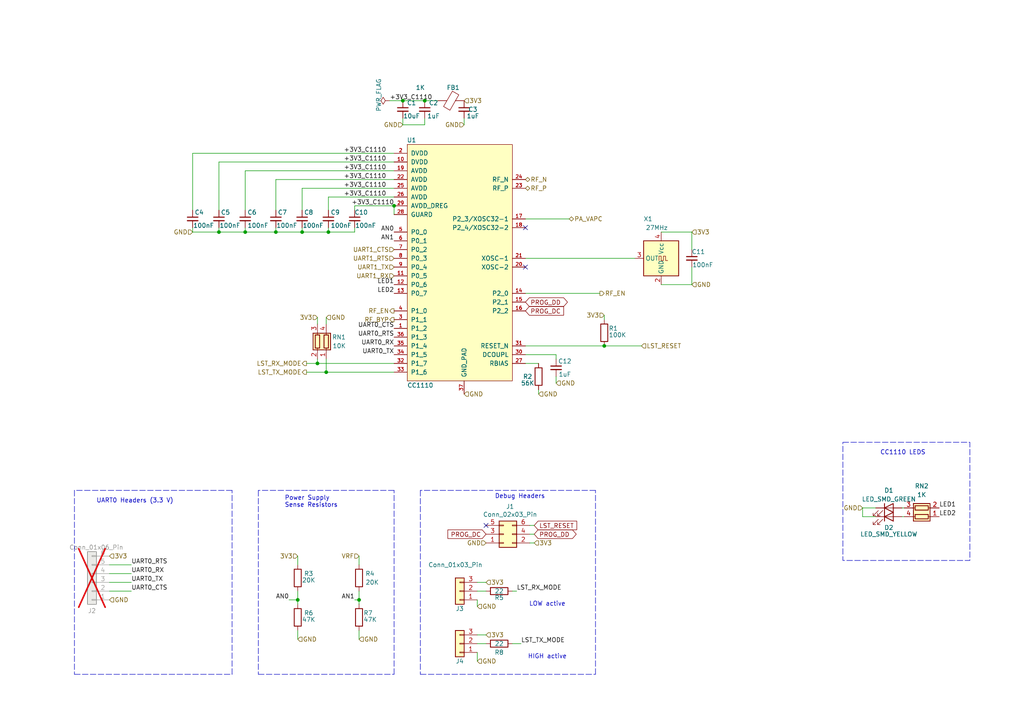
<source format=kicad_sch>
(kicad_sch (version 20250114) (generator "eeschema") (generator_version "9.0")
  (paper "A4")
  (lib_symbols
    (symbol "Connector_Generic:Conn_01x03" (pin_names (offset 1.016) (hide yes))
      (property "Reference" "J" (at 0 5.08 0))
      (property "Value" "Conn_01x03" (at 0 -5.08 0))
      (symbol "Conn_01x03_1_1"
        (rectangle (start -1.27 3.81) (end 1.27 -3.81) (stroke (width 0.254)) (fill (type background)))
        (rectangle (start -1.27 2.667) (end 0 2.413) (stroke (width 0.1524)))
        (rectangle (start -1.27 0.127) (end 0 -0.127) (stroke (width 0.1524)))
        (rectangle (start -1.27 -2.413) (end 0 -2.667) (stroke (width 0.1524)))
        (pin passive line (at -5.08 2.54 0) (length 3.81) (name "Pin_1") (number "1"))
        (pin passive line (at -5.08 0 0) (length 3.81) (name "Pin_2") (number "2"))
        (pin passive line (at -5.08 -2.54 0) (length 3.81) (name "Pin_3") (number "3"))
      )
    )
    (symbol "Connector_Generic:Conn_01x06" (pin_names (offset 1.016) (hide yes))
      (property "Reference" "J" (at 0 7.62 0))
      (property "Value" "Conn_01x06" (at 0 -10.16 0))
      (symbol "Conn_01x06_1_1"
        (rectangle (start -1.27 6.35) (end 1.27 -8.89) (stroke (width 0.254)) (fill (type background)))
        (rectangle (start -1.27 5.207) (end 0 4.953) (stroke (width 0.1524)))
        (rectangle (start -1.27 2.667) (end 0 2.413) (stroke (width 0.1524)))
        (rectangle (start -1.27 0.127) (end 0 -0.127) (stroke (width 0.1524)))
        (rectangle (start -1.27 -2.413) (end 0 -2.667) (stroke (width 0.1524)))
        (rectangle (start -1.27 -4.953) (end 0 -5.207) (stroke (width 0.1524)))
        (rectangle (start -1.27 -7.493) (end 0 -7.747) (stroke (width 0.1524)))
        (pin passive line (at -5.08 5.08 0) (length 3.81) (name "Pin_1") (number "1"))
        (pin passive line (at -5.08 2.54 0) (length 3.81) (name "Pin_2") (number "2"))
        (pin passive line (at -5.08 0 0) (length 3.81) (name "Pin_3") (number "3"))
        (pin passive line (at -5.08 -2.54 0) (length 3.81) (name "Pin_4") (number "4"))
        (pin passive line (at -5.08 -5.08 0) (length 3.81) (name "Pin_5") (number "5"))
        (pin passive line (at -5.08 -7.62 0) (length 3.81) (name "Pin_6") (number "6"))
      )
    )
    (symbol "Connector_Generic:Conn_02x03_Odd_Even" (pin_names (offset 1.016) (hide yes))
      (property "Reference" "J" (at 1.27 5.08 0))
      (property "Value" "Conn_02x03_Odd_Even" (at 1.27 -5.08 0))
      (symbol "Conn_02x03_Odd_Even_1_1"
        (rectangle (start -1.27 3.81) (end 3.81 -3.81) (stroke (width 0.254)) (fill (type background)))
        (rectangle (start -1.27 2.667) (end 0 2.413) (stroke (width 0.1524)))
        (rectangle (start -1.27 0.127) (end 0 -0.127) (stroke (width 0.1524)))
        (rectangle (start -1.27 -2.413) (end 0 -2.667) (stroke (width 0.1524)))
        (rectangle (start 3.81 2.667) (end 2.54 2.413) (stroke (width 0.1524)))
        (rectangle (start 3.81 0.127) (end 2.54 -0.127) (stroke (width 0.1524)))
        (rectangle (start 3.81 -2.413) (end 2.54 -2.667) (stroke (width 0.1524)))
        (pin passive line (at -5.08 2.54 0) (length 3.81) (name "Pin_1") (number "1"))
        (pin passive line (at -5.08 0 0) (length 3.81) (name "Pin_3") (number "3"))
        (pin passive line (at -5.08 -2.54 0) (length 3.81) (name "Pin_5") (number "5"))
        (pin passive line (at 7.62 2.54 180) (length 3.81) (name "Pin_2") (number "2"))
        (pin passive line (at 7.62 0 180) (length 3.81) (name "Pin_4") (number "4"))
        (pin passive line (at 7.62 -2.54 180) (length 3.81) (name "Pin_6") (number "6"))
      )
    )
    (symbol "Device:C_Small" (pin_numbers (hide yes)) (pin_names (offset 0.254) (hide yes))
      (property "Reference" "C" (at 0.254 1.778 0))
      (property "Value" "C_Small" (at 0.254 -2.032 0))
      (symbol "C_Small_0_1"
        (polyline (pts (xy -1.524 0.508) (xy 1.524 0.508)) (stroke (width 0.3048)))
        (polyline (pts (xy -1.524 -0.508) (xy 1.524 -0.508)) (stroke (width 0.3302)))
      )
      (symbol "C_Small_1_1"
        (pin passive line (at 0 2.54 270) (length 2.032) (name "~") (number "1"))
        (pin passive line (at 0 -2.54 90) (length 2.032) (name "~") (number "2"))
      )
    )
    (symbol "Device:FerriteBead" (pin_numbers (hide yes)) (pin_names (offset 0))
      (property "Reference" "FB" (at -3.81 0.635 90))
      (property "Value" "FerriteBead" (at 3.81 0 90))
      (symbol "FerriteBead_0_1"
        (polyline (pts (xy -2.7686 0.4064) (xy -1.7018 2.2606) (xy 2.7686 -0.3048) (xy 1.6764 -2.159) (xy -2.7686 0.4064)))
        (polyline (pts (xy 0 1.27) (xy 0 1.2954)))
        (polyline (pts (xy 0 -1.27) (xy 0 -1.2192)))
      )
      (symbol "FerriteBead_1_1"
        (pin passive line (at 0 3.81 270) (length 2.54) (name "~") (number "1"))
        (pin passive line (at 0 -3.81 90) (length 2.54) (name "~") (number "2"))
      )
    )
    (symbol "Device:LED" (pin_numbers (hide yes)) (pin_names (offset 1.016) (hide yes))
      (property "Reference" "D" (at 0 2.54 0))
      (property "Value" "LED" (at 0 -2.54 0))
      (symbol "LED_0_1"
        (polyline (pts (xy -3.048 -0.762) (xy -4.572 -2.286) (xy -3.81 -2.286) (xy -4.572 -2.286) (xy -4.572 -1.524)))
        (polyline (pts (xy -1.778 -0.762) (xy -3.302 -2.286) (xy -2.54 -2.286) (xy -3.302 -2.286) (xy -3.302 -1.524)))
        (polyline (pts (xy -1.27 0) (xy 1.27 0)))
        (polyline (pts (xy -1.27 -1.27) (xy -1.27 1.27)) (stroke (width 0.254)))
        (polyline (pts (xy 1.27 -1.27) (xy 1.27 1.27) (xy -1.27 0) (xy 1.27 -1.27)) (stroke (width 0.254)))
      )
      (symbol "LED_1_1"
        (pin passive line (at -3.81 0 0) (length 2.54) (name "K") (number "1"))
        (pin passive line (at 3.81 0 180) (length 2.54) (name "A") (number "2"))
      )
    )
    (symbol "Device:R" (pin_numbers (hide yes)) (pin_names (offset 0))
      (property "Reference" "R" (at 2.032 0 90))
      (property "Value" "R" (at 0 0 90))
      (symbol "R_0_1"
        (rectangle (start -1.016 -2.54) (end 1.016 2.54) (stroke (width 0.254)))
      )
      (symbol "R_1_1"
        (pin passive line (at 0 3.81 270) (length 1.27) (name "~") (number "1"))
        (pin passive line (at 0 -3.81 90) (length 1.27) (name "~") (number "2"))
      )
    )
    (symbol "Device:R_Pack02" (pin_names (offset 0) (hide yes))
      (property "Reference" "RN" (at -5.08 0 90))
      (property "Value" "R_Pack02" (at 2.54 0 90))
      (symbol "R_Pack02_0_1"
        (rectangle (start -3.81 -2.413) (end 1.27 2.413) (stroke (width 0.254)) (fill (type background)))
        (rectangle (start -3.175 1.905) (end -1.905 -1.905) (stroke (width 0.254)))
        (polyline (pts (xy -2.54 1.905) (xy -2.54 2.54)))
        (polyline (pts (xy -2.54 -2.54) (xy -2.54 -1.905)))
        (rectangle (start -0.635 1.905) (end 0.635 -1.905) (stroke (width 0.254)))
        (polyline (pts (xy 0 1.905) (xy 0 2.54)))
        (polyline (pts (xy 0 -2.54) (xy 0 -1.905)))
      )
      (symbol "R_Pack02_1_1"
        (pin passive line (at -2.54 5.08 270) (length 2.54) (name "R1.2") (number "4"))
        (pin passive line (at -2.54 -5.08 90) (length 2.54) (name "R1.1") (number "1"))
        (pin passive line (at 0 5.08 270) (length 2.54) (name "R2.2") (number "3"))
        (pin passive line (at 0 -5.08 90) (length 2.54) (name "R2.1") (number "2"))
      )
    )
    (symbol "Oscillator:TG2520SMN-xx.xxxxxxMhz-xxxxNM"
      (property "Reference" "Y" (at -5.08 6.35 0))
      (property "Value" "TG2520SMN-xx.xxxxxxMhz-xxxxNM" (at 1.27 -6.35 0))
      (symbol "TG2520SMN-xx.xxxxxxMhz-xxxxNM_0_1"
        (rectangle (start -5.08 5.08) (end 5.08 -5.08) (stroke (width 0.254)) (fill (type background)))
        (polyline (pts (xy -1.905 -0.635) (xy -1.27 -0.635) (xy -1.27 0.635) (xy -0.635 0.635) (xy -0.635 -0.635) (xy 0 -0.635) (xy 0 0.635) (xy 0.635 0.635) (xy 0.635 -0.635)))
      )
      (symbol "TG2520SMN-xx.xxxxxxMhz-xxxxNM_1_1"
        (pin no_connect line (at -5.08 0 0) (length 2.54) (hide yes) (name "NC") (number "1"))
        (pin power_in line (at 0 7.62 270) (length 2.54) (name "Vcc") (number "4"))
        (pin power_in line (at 0 -7.62 90) (length 2.54) (name "GND") (number "2"))
        (pin output line (at 7.62 0 180) (length 2.54) (name "OUT") (number "3"))
      )
    )
    (symbol "Project:CC1110" (pin_names (offset 1.016))
      (property "Reference" "U2" (at -15.24 36.83 0))
      (property "Value" "CC1110" (at -12.7 -34.29 0))
      (symbol "CC1110_0_1"
        (rectangle (start -16.51 35.56) (end 13.97 -33.02) (fill (type background)))
      )
      (symbol "CC1110_1_1"
        (pin power_in line (at -20.32 33.02 0) (length 3.81) (name "DVDD") (number "2"))
        (pin power_in line (at -20.32 30.48 0) (length 3.81) (name "DVDD") (number "10"))
        (pin power_in line (at -20.32 27.94 0) (length 3.81) (name "AVDD") (number "19"))
        (pin power_in line (at -20.32 25.4 0) (length 3.81) (name "AVDD") (number "22"))
        (pin power_in line (at -20.32 22.86 0) (length 3.81) (name "AVDD") (number "25"))
        (pin power_in line (at -20.32 20.32 0) (length 3.81) (name "AVDD") (number "26"))
        (pin power_in line (at -20.32 17.78 0) (length 3.81) (name "AVDD_DREG") (number "29"))
        (pin power_in line (at -20.32 15.24 0) (length 3.81) (name "GUARD") (number "28"))
        (pin bidirectional line (at -20.32 10.16 0) (length 3.81) (name "P0_0") (number "5"))
        (pin bidirectional line (at -20.32 7.62 0) (length 3.81) (name "P0_1") (number "6"))
        (pin bidirectional line (at -20.32 5.08 0) (length 3.81) (name "P0_2") (number "7"))
        (pin bidirectional line (at -20.32 2.54 0) (length 3.81) (name "P0_3") (number "8"))
        (pin bidirectional line (at -20.32 0 0) (length 3.81) (name "P0_4") (number "9"))
        (pin bidirectional line (at -20.32 -2.54 0) (length 3.81) (name "P0_5") (number "11"))
        (pin bidirectional line (at -20.32 -5.08 0) (length 3.81) (name "P0_6") (number "12"))
        (pin bidirectional line (at -20.32 -7.62 0) (length 3.81) (name "P0_7") (number "13"))
        (pin bidirectional line (at -20.32 -12.7 0) (length 3.81) (name "P1_0") (number "4"))
        (pin bidirectional line (at -20.32 -15.24 0) (length 3.81) (name "P1_1") (number "3"))
        (pin bidirectional line (at -20.32 -17.78 0) (length 3.81) (name "P1_2") (number "1"))
        (pin bidirectional line (at -20.32 -20.32 0) (length 3.81) (name "P1_3") (number "36"))
        (pin bidirectional line (at -20.32 -22.86 0) (length 3.81) (name "P1_4") (number "35"))
        (pin bidirectional line (at -20.32 -25.4 0) (length 3.81) (name "P1_5") (number "34"))
        (pin bidirectional line (at -20.32 -27.94 0) (length 3.81) (name "P1_7") (number "32"))
        (pin bidirectional line (at -20.32 -30.48 0) (length 3.81) (name "P1_6") (number "33"))
        (pin passive line (at 0 -36.83 90) (length 3.81) (name "GND_PAD") (number "37"))
        (pin bidirectional line (at 17.78 25.4 180) (length 3.81) (name "RF_N") (number "24"))
        (pin bidirectional line (at 17.78 22.86 180) (length 3.81) (name "RF_P") (number "23"))
        (pin bidirectional line (at 17.78 13.97 180) (length 3.81) (name "P2_3/XOSC32-1") (number "17"))
        (pin bidirectional line (at 17.78 11.43 180) (length 3.81) (name "P2_4/XOSC32-2") (number "18"))
        (pin bidirectional line (at 17.78 2.54 180) (length 3.81) (name "XOSC-1") (number "21"))
        (pin bidirectional line (at 17.78 0 180) (length 3.81) (name "XOSC-2") (number "20"))
        (pin bidirectional line (at 17.78 -7.62 180) (length 3.81) (name "P2_0") (number "14"))
        (pin bidirectional line (at 17.78 -10.16 180) (length 3.81) (name "P2_1") (number "15"))
        (pin bidirectional line (at 17.78 -12.7 180) (length 3.81) (name "P2_2") (number "16"))
        (pin bidirectional line (at 17.78 -22.86 180) (length 3.81) (name "RESET_N") (number "31"))
        (pin passive line (at 17.78 -25.4 180) (length 3.81) (name "DCOUPL") (number "30"))
        (pin bidirectional line (at 17.78 -27.94 180) (length 3.81) (name "RBIAS") (number "27"))
      )
    )
    (symbol "power:PWR_FLAG" (power) (pin_numbers (hide yes)) (pin_names (offset 0) (hide yes))
      (property "Value" "PWR_FLAG" (at 0 3.81 0))
      (symbol "PWR_FLAG_0_0"
        (pin power_out line (at 0 0 90) (length 0) (name "~") (number "1"))
      )
      (symbol "PWR_FLAG_0_1"
        (polyline (pts (xy 0 0) (xy 0 1.27) (xy -1.016 1.905) (xy 0 2.54) (xy 1.016 1.905) (xy 0 1.27)))
      )
    )
  )
  (rectangle (start 244.475 128.27) (end 281.305 162.56) (stroke (width 0) (type dash)))
  (text "UART0 Headers (3.3 V)" (at 27.94 146.05 0) (effects (font (size 1.27 1.27) (thickness 0.1588)) (justify left bottom)))
  (text "HIGH active" (at 158.75 190.5 0) (effects (font (size 1.27 1.27))))
  (text "Debug Headers" (at 143.51 144.78 0) (effects (font (size 1.27 1.27) (thickness 0.1588)) (justify left bottom)))
  (text "CC1110 LEDS" (at 255.27 132.08 0) (effects (font (size 1.27 1.27) (thickness 0.1588)) (justify left bottom)))
  (text "LOW active" (at 158.75 175.26 0) (effects (font (size 1.27 1.27))))
  (text "Power Supply\nSense Resistors" (at 82.55 147.32 0) (effects (font (size 1.27 1.27) (thickness 0.1588)) (justify left bottom)))
  (junction (at 175.26 100.33))
  (junction (at 87.63 67.31))
  (junction (at 116.84 29.21))
  (junction (at 86.36 173.99))
  (junction (at 71.12 67.31))
  (junction (at 63.5 67.31))
  (junction (at 80.01 67.31))
  (junction (at 104.14 173.99))
  (junction (at 123.19 29.21))
  (junction (at 114.3 59.69))
  (junction (at 92.075 105.41))
  (junction (at 94.615 107.95))
  (junction (at 95.25 67.31))
  (no_connect (at 140.97 152.4))
  (no_connect (at 152.4 66.04))
  (no_connect (at 152.4 77.47))
  (wire (pts (xy 161.29 102.87) (xy 161.29 104.14)))
  (wire (pts (xy 87.63 60.96) (xy 87.63 54.61)))
  (wire (pts (xy 116.84 36.195) (xy 116.84 34.29)))
  (wire (pts (xy 148.59 186.69) (xy 151.13 186.69)))
  (polyline (pts (xy 74.93 195.58) (xy 114.3 195.58)) (stroke (width 0) (type dash)))
  (wire (pts (xy 138.43 191.77) (xy 138.43 189.23)))
  (wire (pts (xy 250.19 147.32) (xy 250.19 149.86)))
  (wire (pts (xy 138.43 175.895) (xy 138.43 173.99)))
  (wire (pts (xy 94.615 92.075) (xy 94.615 93.98)))
  (wire (pts (xy 95.25 60.96) (xy 95.25 57.15)))
  (wire (pts (xy 156.21 114.3) (xy 156.21 113.03)))
  (wire (pts (xy 200.66 67.31) (xy 200.66 72.39)))
  (polyline (pts (xy 21.59 142.24) (xy 21.59 195.58)) (stroke (width 0) (type dash)))
  (polyline (pts (xy 21.59 195.58) (xy 67.31 195.58)) (stroke (width 0) (type dash)))
  (wire (pts (xy 92.075 92.075) (xy 92.075 93.98)))
  (polyline (pts (xy 121.92 195.58) (xy 172.72 195.58)) (stroke (width 0) (type dash)))
  (wire (pts (xy 55.88 44.45) (xy 114.3 44.45)))
  (wire (pts (xy 55.88 44.45) (xy 55.88 60.96)))
  (wire (pts (xy 31.75 166.37) (xy 38.1 166.37)))
  (wire (pts (xy 138.43 186.69) (xy 140.97 186.69)))
  (wire (pts (xy 138.43 184.15) (xy 140.97 184.15)))
  (polyline (pts (xy 172.72 195.58) (xy 172.72 142.24)) (stroke (width 0) (type dash)))
  (wire (pts (xy 31.75 168.91) (xy 38.1 168.91)))
  (wire (pts (xy 148.59 171.45) (xy 149.86 171.45)))
  (wire (pts (xy 87.63 67.31) (xy 95.25 67.31)))
  (wire (pts (xy 86.36 173.99) (xy 83.82 173.99)))
  (wire (pts (xy 261.62 147.32) (xy 262.255 147.32)))
  (wire (pts (xy 63.5 67.31) (xy 71.12 67.31)))
  (wire (pts (xy 153.67 152.4) (xy 154.94 152.4)))
  (wire (pts (xy 63.5 46.99) (xy 114.3 46.99)))
  (wire (pts (xy 250.19 147.32) (xy 254 147.32)))
  (wire (pts (xy 80.01 67.31) (xy 80.01 66.04)))
  (wire (pts (xy 55.88 66.04) (xy 55.88 67.31)))
  (wire (pts (xy 31.75 171.45) (xy 38.1 171.45)))
  (wire (pts (xy 71.12 49.53) (xy 114.3 49.53)))
  (polyline (pts (xy 74.93 142.24) (xy 74.93 195.58)) (stroke (width 0) (type dash)))
  (wire (pts (xy 80.01 52.07) (xy 114.3 52.07)))
  (wire (pts (xy 104.14 171.45) (xy 104.14 173.99)))
  (wire (pts (xy 123.19 29.21) (xy 127 29.21)))
  (wire (pts (xy 104.14 173.99) (xy 104.14 175.26)))
  (wire (pts (xy 63.5 66.04) (xy 63.5 67.31)))
  (wire (pts (xy 138.43 171.45) (xy 140.97 171.45)))
  (polyline (pts (xy 121.92 142.24) (xy 121.92 195.58)) (stroke (width 0) (type dash)))
  (wire (pts (xy 104.14 185.42) (xy 104.14 182.88)))
  (polyline (pts (xy 172.72 142.24) (xy 121.92 142.24)) (stroke (width 0) (type dash)))
  (wire (pts (xy 104.14 161.29) (xy 104.14 163.83)))
  (wire (pts (xy 88.9 107.95) (xy 94.615 107.95)))
  (wire (pts (xy 94.615 107.95) (xy 114.3 107.95)))
  (wire (pts (xy 152.4 85.09) (xy 173.99 85.09)))
  (wire (pts (xy 55.88 67.31) (xy 63.5 67.31)))
  (wire (pts (xy 152.4 63.5) (xy 165.1 63.5)))
  (wire (pts (xy 71.12 67.31) (xy 80.01 67.31)))
  (wire (pts (xy 80.01 60.96) (xy 80.01 52.07)))
  (wire (pts (xy 92.075 105.41) (xy 88.9 105.41)))
  (wire (pts (xy 95.25 57.15) (xy 114.3 57.15)))
  (wire (pts (xy 261.62 149.86) (xy 262.255 149.86)))
  (wire (pts (xy 104.14 173.99) (xy 102.87 173.99)))
  (wire (pts (xy 153.67 154.94) (xy 154.94 154.94)))
  (wire (pts (xy 87.63 66.04) (xy 87.63 67.31)))
  (wire (pts (xy 191.77 82.55) (xy 200.66 82.55)))
  (wire (pts (xy 191.77 67.31) (xy 200.66 67.31)))
  (wire (pts (xy 95.25 67.31) (xy 95.25 66.04)))
  (wire (pts (xy 102.87 66.04) (xy 102.87 67.31)))
  (wire (pts (xy 152.4 74.93) (xy 184.15 74.93)))
  (wire (pts (xy 71.12 67.31) (xy 71.12 66.04)))
  (wire (pts (xy 116.84 29.21) (xy 123.19 29.21)))
  (wire (pts (xy 156.21 105.41) (xy 152.4 105.41)))
  (wire (pts (xy 123.19 36.195) (xy 123.19 34.29)))
  (wire (pts (xy 80.01 67.31) (xy 87.63 67.31)))
  (wire (pts (xy 31.75 163.83) (xy 38.1 163.83)))
  (wire (pts (xy 92.075 105.41) (xy 114.3 105.41)))
  (polyline (pts (xy 114.3 142.24) (xy 74.93 142.24)) (stroke (width 0) (type dash)))
  (wire (pts (xy 71.12 60.96) (xy 71.12 49.53)))
  (wire (pts (xy 102.87 59.69) (xy 102.87 60.96)))
  (polyline (pts (xy 67.31 195.58) (xy 67.31 142.24)) (stroke (width 0) (type dash)))
  (wire (pts (xy 95.25 67.31) (xy 102.87 67.31)))
  (wire (pts (xy 250.19 149.86) (xy 254 149.86)))
  (wire (pts (xy 86.36 171.45) (xy 86.36 173.99)))
  (wire (pts (xy 94.615 104.14) (xy 94.615 107.95)))
  (wire (pts (xy 175.26 91.44) (xy 175.26 92.71)))
  (wire (pts (xy 161.29 111.125) (xy 161.29 109.22)))
  (polyline (pts (xy 67.31 142.24) (xy 21.59 142.24)) (stroke (width 0) (type dash)))
  (wire (pts (xy 86.36 173.99) (xy 86.36 175.26)))
  (wire (pts (xy 134.62 36.195) (xy 134.62 34.29)))
  (wire (pts (xy 200.66 77.47) (xy 200.66 82.55)))
  (wire (pts (xy 113.03 29.21) (xy 116.84 29.21)))
  (wire (pts (xy 175.26 100.33) (xy 186.055 100.33)))
  (wire (pts (xy 92.075 104.14) (xy 92.075 105.41)))
  (wire (pts (xy 87.63 54.61) (xy 114.3 54.61)))
  (wire (pts (xy 86.36 161.29) (xy 86.36 163.83)))
  (wire (pts (xy 152.4 100.33) (xy 175.26 100.33)))
  (wire (pts (xy 114.3 59.69) (xy 102.87 59.69)))
  (wire (pts (xy 152.4 102.87) (xy 161.29 102.87)))
  (polyline (pts (xy 114.3 195.58) (xy 114.3 142.24)) (stroke (width 0) (type dash)))
  (wire (pts (xy 154.94 157.48) (xy 153.67 157.48)))
  (wire (pts (xy 63.5 60.96) (xy 63.5 46.99)))
  (wire (pts (xy 116.84 36.195) (xy 123.19 36.195)))
  (wire (pts (xy 86.36 185.42) (xy 86.36 182.88)))
  (wire (pts (xy 114.3 59.69) (xy 114.3 62.23)))
  (wire (pts (xy 138.43 168.91) (xy 140.97 168.91)))
  (label "+3V3_C1110" (at 99.695 54.61 0))
  (label "AN0" (at 83.82 173.99 180))
  (label "+3V3_C1110" (at 99.695 44.45 0))
  (label "AN1" (at 102.87 173.99 180))
  (label "LED2" (at 272.415 149.86 0))
  (label "LED1" (at 272.415 147.32 0))
  (label "+3V3_C1110" (at 114.3 59.69 180))
  (label "+3V3_C1110" (at 99.695 52.07 0))
  (label "UART0_CTS" (at 38.1 171.45 0))
  (label "AN1" (at 114.3 69.85 180))
  (label "LST_RX_MODE" (at 149.86 171.45 0))
  (label "+3V3_C1110" (at 99.695 57.15 0))
  (label "+3V3_C1110" (at 99.695 49.53 0))
  (label "UART0_RX" (at 38.1 166.37 0))
  (label "LED1" (at 114.3 82.55 180))
  (label "+3V3_C1110" (at 113.03 29.21 0))
  (label "UART0_RX" (at 114.3 100.33 180))
  (label "LST_TX_MODE" (at 151.13 186.69 0))
  (label "+3V3_C1110" (at 99.695 46.99 0))
  (label "UART0_CTS" (at 114.3 95.25 180))
  (label "UART0_TX" (at 38.1 168.91 0))
  (label "UART0_RTS" (at 38.1 163.83 0))
  (label "UART0_RTS" (at 114.3 97.79 180))
  (label "UART0_TX" (at 114.3 102.87 180))
  (label "AN0" (at 114.3 67.31 180))
  (label "LED2" (at 114.3 85.09 180))
  (global_label "LST_RESET" (shape input) (at 154.94 152.4 0) (property "Intersheetrefs" "${INTERSHEET_REFS}" (effects (hide yes))))
  (global_label "PROG_DD" (shape bidirectional) (at 154.94 154.94 0) (property "Intersheetrefs" "${INTERSHEET_REFS}" (effects (hide yes))))
  (global_label "PROG_DC" (shape input) (at 152.4 90.17 0) (property "Intersheetrefs" "${INTERSHEET_REFS}" (effects (hide yes))))
  (global_label "PROG_DC" (shape input) (at 140.97 154.94 180) (property "Intersheetrefs" "${INTERSHEET_REFS}" (effects (hide yes))))
  (global_label "PROG_DD" (shape bidirectional) (at 152.4 87.63 0) (property "Intersheetrefs" "${INTERSHEET_REFS}" (effects (hide yes))))
  (hierarchical_label "RF_BYP" (shape output) (at 114.3 92.71 180))
  (hierarchical_label "RF_P" (shape bidirectional) (at 152.4 54.61 0))
  (hierarchical_label "GND" (shape input) (at 116.84 36.195 180))
  (hierarchical_label "3V3" (shape input) (at 31.75 161.29 0))
  (hierarchical_label "GND" (shape input) (at 134.62 114.3 0))
  (hierarchical_label "GND" (shape input) (at 250.19 147.32 180))
  (hierarchical_label "LST_RX_MODE" (shape output) (at 88.9 105.41 180))
  (hierarchical_label "GND" (shape input) (at 161.29 111.125 0))
  (hierarchical_label "3V3" (shape input) (at 154.94 157.48 0))
  (hierarchical_label "3V3" (shape input) (at 86.36 161.29 180))
  (hierarchical_label "VRF" (shape input) (at 104.14 161.29 180))
  (hierarchical_label "UART1_TX" (shape input) (at 114.3 77.47 180))
  (hierarchical_label "RF_EN" (shape output) (at 173.99 85.09 0))
  (hierarchical_label "GND" (shape input) (at 31.75 173.99 0))
  (hierarchical_label "UART1_RTS" (shape input) (at 114.3 74.93 180))
  (hierarchical_label "3V3" (shape input) (at 92.075 92.075 180))
  (hierarchical_label "GND" (shape input) (at 138.43 191.77 0))
  (hierarchical_label "GND" (shape input) (at 134.62 36.195 180))
  (hierarchical_label "GND" (shape input) (at 86.36 185.42 0))
  (hierarchical_label "PA_VAPC" (shape bidirectional) (at 165.1 63.5 0))
  (hierarchical_label "UART1_RX" (shape input) (at 114.3 80.01 180))
  (hierarchical_label "3V3" (shape input) (at 140.97 184.15 0))
  (hierarchical_label "GND" (shape input) (at 200.66 82.55 0))
  (hierarchical_label "GND" (shape input) (at 94.615 92.075 0))
  (hierarchical_label "3V3" (shape input) (at 140.97 168.91 0))
  (hierarchical_label "GND" (shape input) (at 140.97 157.48 180))
  (hierarchical_label "RF_N" (shape bidirectional) (at 152.4 52.07 0))
  (hierarchical_label "GND" (shape input) (at 138.43 175.895 0))
  (hierarchical_label "GND" (shape input) (at 104.14 185.42 0))
  (hierarchical_label "GND" (shape input) (at 55.88 67.31 180))
  (hierarchical_label "3V3" (shape input) (at 134.62 29.21 0))
  (hierarchical_label "LST_RESET" (shape input) (at 186.055 100.33 0))
  (hierarchical_label "LST_TX_MODE" (shape output) (at 88.9 107.95 180))
  (hierarchical_label "3V3" (shape input) (at 175.26 91.44 180))
  (hierarchical_label "3V3" (shape input) (at 200.66 67.31 0))
  (hierarchical_label "UART1_CTS" (shape input) (at 114.3 72.39 180))
  (hierarchical_label "RF_EN" (shape output) (at 114.3 90.17 180))
  (hierarchical_label "GND" (shape input) (at 156.21 114.3 0))
  (symbol (lib_id "Device:C_Small") (at 63.5 63.5 0) (unit 1)
    (property "Reference" "C5" (at 65.405 61.595 0))
    (property "Value" "100nF" (at 66.675 65.405 0))
    (property "Footprint" "Capacitor_SMD:C_0402_1005Metric_Pad0.74x0.62mm_HandSolder" (effects (hide yes)))
    (property "Datasheet" "https://search.murata.co.jp/Ceramy/image/img/A01X/G101/ENG/GRM155R61E104KA87-01.pdf" (effects (hide yes)))
    (property "Voltage" "25" (effects (hide yes)))
    (property "Part Number" "GRM155R61E104KA87D" (effects (hide yes)))
    (property "Tolerance" "10" (effects (hide yes)))
    (property "Manufacturer" "Murata" (effects (hide yes)))
    (property "Temperture Coefficient" "X5R" (effects (hide yes)))
  )
  (symbol (lib_id "Device:C_Small") (at 161.29 106.68 0) (unit 1)
    (property "Reference" "C12" (at 163.83 104.775 0))
    (property "Value" "1uF" (at 163.83 108.585 0))
    (property "Footprint" "Capacitor_SMD:C_0603_1608Metric_Pad1.08x0.95mm_HandSolder" (effects (hide yes)))
    (property "Datasheet" "https://search.murata.co.jp/Ceramy/image/img/A01X/G101/ENG/GRM188R61C105KA12-01.pdf" (effects (hide yes)))
    (property "Voltage" "25" (effects (hide yes)))
    (property "Part Number" "GRM188R61C105KA12D" (effects (hide yes)))
    (property "Tolerance" "10" (effects (hide yes)))
    (property "Manufacturer" "Murata" (effects (hide yes)))
    (property "Temperture Coefficient" "X5R" (effects (hide yes)))
  )
  (symbol (lib_id "Device:C_Small") (at 123.19 31.75 0) (unit 1)
    (property "Reference" "C2" (at 125.73 29.845 0))
    (property "Value" "1uF" (at 125.73 33.655 0))
    (property "Footprint" "Capacitor_SMD:C_0603_1608Metric_Pad1.08x0.95mm_HandSolder" (effects (hide yes)))
    (property "Datasheet" "https://search.murata.co.jp/Ceramy/image/img/A01X/G101/ENG/GRM188R61C105KA12-01.pdf" (effects (hide yes)))
    (property "Voltage" "25" (effects (hide yes)))
    (property "Part Number" "GRM188R61C105KA12D" (effects (hide yes)))
    (property "Tolerance" "10" (effects (hide yes)))
    (property "Manufacturer" "Murata" (effects (hide yes)))
    (property "Temperture Coefficient" "X5R" (effects (hide yes)))
  )
  (symbol (lib_id "Connector_Generic:Conn_02x03_Odd_Even") (at 146.05 154.94 0) (mirror x) (unit 1)
    (property "Reference" "J1" (at 147.955 146.9136 0))
    (property "Value" "Conn_02x03_Pin" (at 147.955 149.225 0))
    (property "Footprint" "Connector_PinHeader_2.54mm:PinHeader_2x03_P2.54mm_Vertical" (effects (hide yes)))
    (property "Description" "Generic connector, double row, 02x03, odd/even pin numbering scheme (row 1 odd numbers, row 2 even numbers), script generated (kicad-library-utils/schlib/autogen/connector/)" (effects (hide yes)))
    (property "Part Number" "vertical" (effects (hide yes)))
    (property "Manufacturer" "generic" (effects (hide yes)))
  )
  (symbol (lib_id "Device:R") (at 86.36 179.07 0) (mirror x) (unit 1)
    (property "Reference" "R6" (at 89.535 177.8 0))
    (property "Value" "47K" (at 89.535 179.705 0))
    (property "Footprint" "Resistor_SMD:R_0402_1005Metric_Pad0.72x0.64mm_HandSolder" (effects (hide yes)))
    (property "Datasheet" "https://www.yageo.com/upload/media/product/products/datasheet/rchip/PYu-RC_Group_51_RoHS_L_12.pdf" (effects (hide yes)))
    (property "Tolerance" "1" (effects (hide yes)))
    (property "Part Number" "RC0402FR-0747KL" (effects (hide yes)))
    (property "Manufacturer" "YAGEO" (effects (hide yes)))
  )
  (symbol (lib_id "Connector_Generic:Conn_01x03") (at 133.35 186.69 180) (unit 1)
    (property "Reference" "J4" (at 133.35 191.77 0))
    (property "Value" "Conn_01x03_Pin" (effects (hide yes)))
    (property "Footprint" "Connector_PinHeader_2.54mm:PinHeader_1x03_P2.54mm_Vertical" (effects (hide yes)))
    (property "Part Number" "vertical" (effects (hide yes)))
    (property "Manufacturer" "generic" (effects (hide yes)))
  )
  (symbol (lib_id "Device:R") (at 86.36 167.64 0) (mirror x) (unit 1)
    (property "Reference" "R3" (at 89.535 166.37 0))
    (property "Value" "20K" (at 89.535 168.275 0))
    (property "Footprint" "Resistor_SMD:R_0402_1005Metric_Pad0.72x0.64mm_HandSolder" (effects (hide yes)))
    (property "Datasheet" "https://www.yageo.com/upload/media/product/products/datasheet/rchip/PYu-RC_Group_51_RoHS_L_12.pdf" (effects (hide yes)))
    (property "Part Number" "RC0402FR-0720KL" (effects (hide yes)))
    (property "Tolerance" "1" (effects (hide yes)))
    (property "Manufacturer" "YAGEO" (effects (hide yes)))
  )
  (symbol (lib_id "Device:FerriteBead") (at 130.81 29.21 270) (unit 1)
    (property "Reference" "FB1" (at 131.445 25.4 90))
    (property "Value" "1K" (at 121.92 25.4 90))
    (property "Footprint" "Inductor_SMD:L_0603_1608Metric_Pad1.05x0.95mm_HandSolder" (effects (hide yes)))
    (property "Datasheet" "https://www.digikey.com/en/models/7798421" (effects (hide yes)))
    (property "Description" "Ferrite bead" (effects (hide yes)))
    (property "Amps" "1" (effects (hide yes)))
    (property "Part Number" "BLM18KG102SN1D " (effects (hide yes)))
    (property "Manufacturer" "Murata" (effects (hide yes)))
  )
  (symbol (lib_id "Oscillator:TG2520SMN-xx.xxxxxxMhz-xxxxNM") (at 191.77 74.93 0) (mirror y) (unit 1)
    (property "Reference" "X1" (at 187.96 63.5 0))
    (property "Value" "27MHz" (at 190.5 66.04 0))
    (property "Footprint" "Oscillator:Oscillator_SMD_ECS_2520MV-xxx-xx-4Pin_2.5x2.0mm" (effects (hide yes)))
    (property "Datasheet" "https://ecsxtal.com/store/pdf/ECS-2520MVLC.pdf" (effects (hide yes)))
    (property "Description" "Crystal Oscillator 27MHz" (effects (hide yes)))
    (property "Manufacturer" "ECS" (effects (hide yes)))
    (property "Part Number" "ECS-2520MVLC-270-CN-TR" (effects (hide yes)))
  )
  (symbol (lib_id "Device:LED") (at 257.81 147.32 0) (unit 1)
    (property "Reference" "D1" (at 257.81 142.24 0))
    (property "Value" "LED_SMD_GREEN" (at 257.81 144.78 0))
    (property "Footprint" "LED_SMD:LED_0603_1608Metric_Pad1.05x0.95mm_HandSolder" (effects (hide yes)))
    (property "Datasheet" "https://optoelectronics.liteon.com/upload/download/DS22-2000-228/LTST-C191KGKT.PDF" (effects (hide yes)))
    (property "Description" "Light emitting diode" (effects (hide yes)))
    (property "Part Number" "LTST-C191KGKT" (effects (hide yes)))
    (property "Voltage" "https://optoelectronics.liteon.com/upload/download/DS22-2000-228/LTST-C191KGKT.PDF" (effects (hide yes)))
    (property "Manufacturer" "Lite-On" (effects (hide yes)))
  )
  (symbol (lib_id "Device:R") (at 144.78 171.45 270) (unit 1)
    (property "Reference" "R5" (at 144.78 173.355 90))
    (property "Value" "22" (at 144.78 171.45 90))
    (property "Footprint" "Resistor_SMD:R_0402_1005Metric_Pad0.72x0.64mm_HandSolder" (effects (hide yes)))
    (property "Datasheet" "https://www.yageo.com/upload/media/product/products/datasheet/rchip/PYu-RC_Group_51_RoHS_L_12.pdf" (effects (hide yes)))
    (property "Description" "Resistor" (effects (hide yes)))
    (property "Part Number" "RC0603FR-0722RL" (effects (hide yes)))
    (property "Tolerance" "1" (effects (hide yes)))
    (property "Manufacturer" "YAGEO" (effects (hide yes)))
  )
  (symbol (lib_id "Device:LED") (at 257.81 149.86 0) (unit 1)
    (property "Reference" "D2" (at 257.81 153.035 0))
    (property "Value" "LED_SMD_YELLOW" (at 257.81 154.94 0))
    (property "Footprint" "LED_SMD:LED_0603_1608Metric_Pad1.05x0.95mm_HandSolder" (effects (hide yes)))
    (property "Datasheet" "https://optoelectronics.liteon.com/upload/download/DS22-2000-224/LTST-C191KSKT.PDF" (effects (hide yes)))
    (property "Description" "Light emitting diode" (effects (hide yes)))
    (property "Part Number" "LTST-C191KSKT" (effects (hide yes)))
    (property "Voltage" "https://optoelectronics.liteon.com/upload/download/DS22-2000-224/LTST-C191KSKT.PDF" (effects (hide yes)))
    (property "Manufacturer" "Lite-On" (effects (hide yes)))
  )
  (symbol (lib_id "Project:CC1110") (at 134.62 77.47 0) (unit 1)
    (property "Reference" "U1" (at 119.38 40.64 0))
    (property "Value" "CC1110" (at 121.92 111.76 0))
    (property "Footprint" "Common:Texas_RHH0036C_VQFN-36-1EP_6x6mm_P0.5mm_EP4.4x4.4mm_ThermalVias" (effects (hide yes)))
    (property "Datasheet" "http://www.ti.com/lit/ds/symlink/cc1110-cc1111.pdf" (effects (hide yes)))
    (property "Manufacturer" "TI" (effects (hide yes)))
    (property "Part Number" "CC1110F32RHHR" (effects (hide yes)))
  )
  (symbol (lib_id "Device:R") (at 156.21 109.22 180) (unit 1)
    (property "Reference" "R2" (at 153.035 109.22 0))
    (property "Value" "56K" (at 153.035 111.125 0))
    (property "Footprint" "Resistor_SMD:R_0402_1005Metric_Pad0.72x0.64mm_HandSolder" (effects (hide yes)))
    (property "Datasheet" "https://www.yageo.com/upload/media/product/products/datasheet/rchip/PYu-RC_Group_51_RoHS_L_12.pdf" (effects (hide yes)))
    (property "Description" "Resistor" (effects (hide yes)))
    (property "Part Number" "RC0603FR-0756KL" (effects (hide yes)))
    (property "Tolerance" "1" (effects (hide yes)))
    (property "Manufacturer" "YAGEO" (effects (hide yes)))
  )
  (symbol (lib_id "Connector_Generic:Conn_01x06") (at 26.67 168.91 180) (unit 1) (dnp yes)
    (property "Reference" "J2" (at 26.67 177.165 0))
    (property "Value" "Conn_01x06_Pin" (at 27.94 158.75 0))
    (property "Footprint" "Connector_PinHeader_2.54mm:PinHeader_1x06_P2.54mm_Vertical" (effects (hide yes)))
    (property "Part Number" "vertical" (effects (hide yes)))
    (property "Manufacturer" "generic" (effects (hide yes)))
  )
  (symbol (lib_id "Device:R") (at 144.78 186.69 270) (unit 1)
    (property "Reference" "R8" (at 144.78 189.23 90))
    (property "Value" "22" (at 144.78 186.69 90))
    (property "Footprint" "Resistor_SMD:R_0402_1005Metric_Pad0.72x0.64mm_HandSolder" (effects (hide yes)))
    (property "Datasheet" "https://www.yageo.com/upload/media/product/products/datasheet/rchip/PYu-RC_Group_51_RoHS_L_12.pdf" (effects (hide yes)))
    (property "Description" "Resistor" (effects (hide yes)))
    (property "Part Number" "RC0603FR-0722RL" (effects (hide yes)))
    (property "Tolerance" "1" (effects (hide yes)))
    (property "Manufacturer" "YAGEO" (effects (hide yes)))
  )
  (symbol (lib_id "Device:R_Pack02") (at 92.075 99.06 0) (mirror y) (unit 1)
    (property "Reference" "RN1" (at 100.33 97.79 0) (effects (justify left)))
    (property "Value" "10K" (at 100.33 100.33 0) (effects (justify left)))
    (property "Footprint" "Common:R_Array_Convex_2x0402_widepads" (effects (hide yes)))
    (property "Datasheet" "https://industrial.panasonic.com/cdbs/www-data/pdf/AOC0000/AOC0000C14.pdf" (effects (hide yes)))
    (property "Description" "2 resistor network, parallel topology" (effects (hide yes)))
    (property "Manufacturer" "Panasonic" (effects (hide yes)))
    (property "Part Number" "EXB-24V103JX" (effects (hide yes)))
    (property "Tolerance" "5" (effects (hide yes)))
  )
  (symbol (lib_id "Device:C_Small") (at 55.88 63.5 0) (unit 1)
    (property "Reference" "C4" (at 57.785 61.595 0))
    (property "Value" "100nF" (at 59.055 65.405 0))
    (property "Footprint" "Capacitor_SMD:C_0402_1005Metric_Pad0.74x0.62mm_HandSolder" (effects (hide yes)))
    (property "Datasheet" "https://search.murata.co.jp/Ceramy/image/img/A01X/G101/ENG/GRM155R61E104KA87-01.pdf" (effects (hide yes)))
    (property "Voltage" "25" (effects (hide yes)))
    (property "Part Number" "GRM155R61E104KA87D" (effects (hide yes)))
    (property "Tolerance" "10" (effects (hide yes)))
    (property "Manufacturer" "Murata" (effects (hide yes)))
    (property "Temperture Coefficient" "X5R" (effects (hide yes)))
  )
  (symbol (lib_id "Device:C_Small") (at 102.87 63.5 0) (unit 1)
    (property "Reference" "C10" (at 104.775 61.595 0))
    (property "Value" "100nF" (at 106.045 65.405 0))
    (property "Footprint" "Capacitor_SMD:C_0402_1005Metric_Pad0.74x0.62mm_HandSolder" (effects (hide yes)))
    (property "Datasheet" "https://search.murata.co.jp/Ceramy/image/img/A01X/G101/ENG/GRM155R61E104KA87-01.pdf" (effects (hide yes)))
    (property "Voltage" "25" (effects (hide yes)))
    (property "Part Number" "GRM155R61E104KA87D" (effects (hide yes)))
    (property "Tolerance" "10" (effects (hide yes)))
    (property "Manufacturer" "Murata" (effects (hide yes)))
    (property "Temperture Coefficient" "X5R" (effects (hide yes)))
  )
  (symbol (lib_id "power:PWR_FLAG") (at 113.03 29.21 90) (unit 1)
    (property "Reference" "#FLG05" (effects (hide yes)))
    (property "Value" "PWR_FLAG" (at 109.855 32.385 0) (effects (justify left)))
  )
  (symbol (lib_id "Device:C_Small") (at 200.66 74.93 0) (unit 1)
    (property "Reference" "C11" (at 202.565 73.025 0))
    (property "Value" "100nF" (at 203.835 76.835 0))
    (property "Footprint" "Capacitor_SMD:C_0402_1005Metric_Pad0.74x0.62mm_HandSolder" (effects (hide yes)))
    (property "Datasheet" "https://search.murata.co.jp/Ceramy/image/img/A01X/G101/ENG/GRM155R61E104KA87-01.pdf" (effects (hide yes)))
    (property "Voltage" "25" (effects (hide yes)))
    (property "Part Number" "GRM155R61E104KA87D" (effects (hide yes)))
    (property "Tolerance" "10" (effects (hide yes)))
    (property "Manufacturer" "Murata" (effects (hide yes)))
    (property "Temperture Coefficient" "X5R" (effects (hide yes)))
  )
  (symbol (lib_id "Connector_Generic:Conn_01x03") (at 133.35 171.45 180) (unit 1)
    (property "Reference" "J3" (at 133.35 176.53 0))
    (property "Value" "Conn_01x03_Pin" (at 132.08 163.83 0))
    (property "Footprint" "Connector_PinHeader_2.54mm:PinHeader_1x03_P2.54mm_Vertical" (effects (hide yes)))
    (property "Part Number" "vertical" (effects (hide yes)))
    (property "Manufacturer" "generic" (effects (hide yes)))
  )
  (symbol (lib_id "Device:R") (at 104.14 179.07 180) (unit 1)
    (property "Reference" "R7" (at 105.41 177.8 0) (effects (justify right)))
    (property "Value" "47K" (at 105.41 179.705 0) (effects (justify right)))
    (property "Footprint" "Resistor_SMD:R_0402_1005Metric_Pad0.72x0.64mm_HandSolder" (effects (hide yes)))
    (property "Datasheet" "https://www.yageo.com/upload/media/product/products/datasheet/rchip/PYu-RC_Group_51_RoHS_L_12.pdf" (effects (hide yes)))
    (property "Part Number" "RC0402FR-0747KL" (effects (hide yes)))
    (property "Tolerance" "1" (effects (hide yes)))
    (property "Manufacturer" "YAGEO" (effects (hide yes)))
  )
  (symbol (lib_id "Device:C_Small") (at 95.25 63.5 0) (unit 1)
    (property "Reference" "C9" (at 95.885 61.595 0) (effects (justify left)))
    (property "Value" "100nF" (at 95.885 65.405 0) (effects (justify left)))
    (property "Footprint" "Capacitor_SMD:C_0402_1005Metric_Pad0.74x0.62mm_HandSolder" (effects (hide yes)))
    (property "Datasheet" "https://search.murata.co.jp/Ceramy/image/img/A01X/G101/ENG/GRM155R61E104KA87-01.pdf" (effects (hide yes)))
    (property "Description" "Unpolarized capacitor, small symbol" (effects (hide yes)))
    (property "Voltage" "25" (effects (hide yes)))
    (property "Part Number" "GRM155R61E104KA87D" (effects (hide yes)))
    (property "Tolerance" "10" (effects (hide yes)))
    (property "Manufacturer" "Murata" (effects (hide yes)))
    (property "Temperture Coefficient" "X5R" (effects (hide yes)))
  )
  (symbol (lib_id "Device:C_Small") (at 80.01 63.5 0) (unit 1)
    (property "Reference" "C7" (at 81.915 61.595 0))
    (property "Value" "100nF" (at 83.185 65.405 0))
    (property "Footprint" "Capacitor_SMD:C_0402_1005Metric_Pad0.74x0.62mm_HandSolder" (effects (hide yes)))
    (property "Datasheet" "https://search.murata.co.jp/Ceramy/image/img/A01X/G101/ENG/GRM155R61E104KA87-01.pdf" (effects (hide yes)))
    (property "Voltage" "25" (effects (hide yes)))
    (property "Part Number" "GRM155R61E104KA87D" (effects (hide yes)))
    (property "Tolerance" "10" (effects (hide yes)))
    (property "Manufacturer" "Murata" (effects (hide yes)))
    (property "Temperture Coefficient" "X5R" (effects (hide yes)))
  )
  (symbol (lib_id "Device:C_Small") (at 116.84 31.75 0) (unit 1)
    (property "Reference" "C1" (at 119.38 29.845 0))
    (property "Value" "10uF" (at 119.38 33.655 0))
    (property "Footprint" "Capacitor_SMD:C_0603_1608Metric_Pad1.08x0.95mm_HandSolder" (effects (hide yes)))
    (property "Datasheet" "https://search.murata.co.jp/Ceramy/image/img/A01X/G101/ENG/GRM188R61E106KA73-01.pdf" (effects (hide yes)))
    (property "Voltage" "25" (effects (hide yes)))
    (property "Part Number" "GRM188R61E106KA73D" (effects (hide yes)))
    (property "Tolerance" "10" (effects (hide yes)))
    (property "Manufacturer" "Murata" (effects (hide yes)))
    (property "Temperture Coefficient" "X5R" (effects (hide yes)))
  )
  (symbol (lib_id "Device:R_Pack02") (at 267.335 147.32 90) (unit 1)
    (property "Reference" "RN2" (at 267.335 140.97 90))
    (property "Value" "1K" (at 267.335 143.51 90))
    (property "Footprint" "Common:R_Array_Convex_2x0402_widepads" (effects (hide yes)))
    (property "Datasheet" "https://industrial.panasonic.com/cdbs/www-data/pdf/AOC0000/AOC0000C14.pdf" (effects (hide yes)))
    (property "Description" "2 resistor network, parallel topology" (effects (hide yes)))
    (property "Manufacturer" "Panasonic" (effects (hide yes)))
    (property "Part Number" "EXB-24V102JX" (effects (hide yes)))
    (property "Tolerance" "5" (effects (hide yes)))
  )
  (symbol (lib_id "Device:C_Small") (at 134.62 31.75 0) (unit 1)
    (property "Reference" "C3" (at 137.16 31.75 0))
    (property "Value" "1uF" (at 137.16 33.655 0))
    (property "Footprint" "Capacitor_SMD:C_0603_1608Metric_Pad1.08x0.95mm_HandSolder" (effects (hide yes)))
    (property "Datasheet" "https://search.murata.co.jp/Ceramy/image/img/A01X/G101/ENG/GRM188R61C105KA12-01.pdf" (effects (hide yes)))
    (property "Voltage" "25" (effects (hide yes)))
    (property "Part Number" "GRM188R61C105KA12D" (effects (hide yes)))
    (property "Tolerance" "10" (effects (hide yes)))
    (property "Manufacturer" "Murata" (effects (hide yes)))
    (property "Temperture Coefficient" "X5R" (effects (hide yes)))
  )
  (symbol (lib_id "Device:R") (at 104.14 167.64 180) (unit 1)
    (property "Reference" "R4" (at 107.315 166.37 0))
    (property "Value" "20K" (at 107.95 168.91 0))
    (property "Footprint" "Resistor_SMD:R_0402_1005Metric_Pad0.72x0.64mm_HandSolder" (effects (hide yes)))
    (property "Datasheet" "https://www.yageo.com/upload/media/product/products/datasheet/rchip/PYu-RC_Group_51_RoHS_L_12.pdf" (effects (hide yes)))
    (property "Tolerance" "1" (effects (hide yes)))
    (property "Part Number" "RC0402FR-0720KL" (effects (hide yes)))
    (property "Manufacturer" "YAGEO" (effects (hide yes)))
  )
  (symbol (lib_id "Device:C_Small") (at 71.12 63.5 0) (unit 1)
    (property "Reference" "C6" (at 71.755 61.595 0) (effects (justify left)))
    (property "Value" "100nF" (at 71.755 65.405 0) (effects (justify left)))
    (property "Footprint" "Capacitor_SMD:C_0402_1005Metric_Pad0.74x0.62mm_HandSolder" (effects (hide yes)))
    (property "Datasheet" "https://search.murata.co.jp/Ceramy/image/img/A01X/G101/ENG/GRM155R61E104KA87-01.pdf" (effects (hide yes)))
    (property "Description" "Unpolarized capacitor, small symbol" (effects (hide yes)))
    (property "Voltage" "25" (effects (hide yes)))
    (property "Part Number" "GRM155R61E104KA87D" (effects (hide yes)))
    (property "Tolerance" "10" (effects (hide yes)))
    (property "Manufacturer" "Murata" (effects (hide yes)))
    (property "Temperture Coefficient" "X5R" (effects (hide yes)))
  )
  (symbol (lib_id "Device:R") (at 175.26 96.52 180) (unit 1)
    (property "Reference" "R1" (at 176.53 95.25 0) (effects (justify right)))
    (property "Value" "100K" (at 176.53 97.155 0) (effects (justify right)))
    (property "Footprint" "Resistor_SMD:R_0402_1005Metric_Pad0.72x0.64mm_HandSolder" (effects (hide yes)))
    (property "Datasheet" "https://www.yageo.com/upload/media/product/products/datasheet/rchip/PYu-RC_Group_51_RoHS_L_12.pdf" (effects (hide yes)))
    (property "Part Number" "RC0402FR-07100KL" (effects (hide yes)))
    (property "Tolerance" "1" (effects (hide yes)))
    (property "Manufacturer" "YAGEO" (effects (hide yes)))
  )
  (symbol (lib_id "Device:C_Small") (at 87.63 63.5 0) (unit 1)
    (property "Reference" "C8" (at 89.535 61.595 0))
    (property "Value" "100nF" (at 90.805 65.405 0))
    (property "Footprint" "Capacitor_SMD:C_0402_1005Metric_Pad0.74x0.62mm_HandSolder" (effects (hide yes)))
    (property "Datasheet" "https://search.murata.co.jp/Ceramy/image/img/A01X/G101/ENG/GRM155R61E104KA87-01.pdf" (effects (hide yes)))
    (property "Voltage" "25" (effects (hide yes)))
    (property "Part Number" "GRM155R61E104KA87D" (effects (hide yes)))
    (property "Tolerance" "10" (effects (hide yes)))
    (property "Manufacturer" "Murata" (effects (hide yes)))
    (property "Temperture Coefficient" "X5R" (effects (hide yes)))
  )
)
</source>
